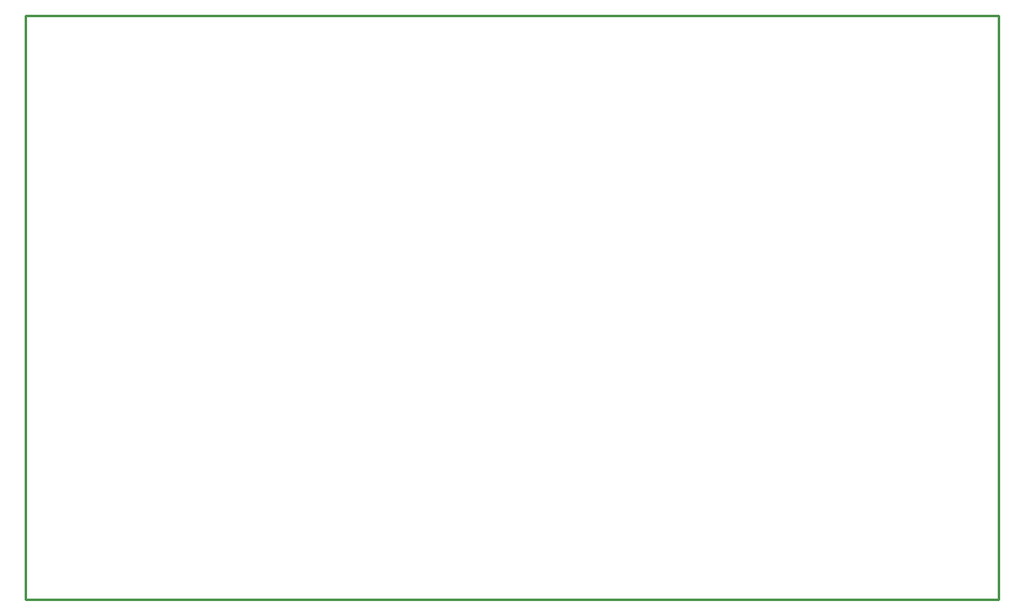
<source format=gko>
G04*
G04 #@! TF.GenerationSoftware,Altium Limited,Altium Designer,23.6.0 (18)*
G04*
G04 Layer_Color=16711935*
%FSTAX25Y25*%
%MOIN*%
G70*
G04*
G04 #@! TF.SameCoordinates,CC084146-259E-454A-B071-9D7E5FCC62AE*
G04*
G04*
G04 #@! TF.FilePolarity,Positive*
G04*
G01*
G75*
%ADD10C,0.01000*%
D10*
X0Y0D02*
X0395D01*
X0D02*
Y02371D01*
X0395Y0D02*
Y00036D01*
X0Y02371D02*
X0395D01*
Y00036D02*
Y02371D01*
M02*

</source>
